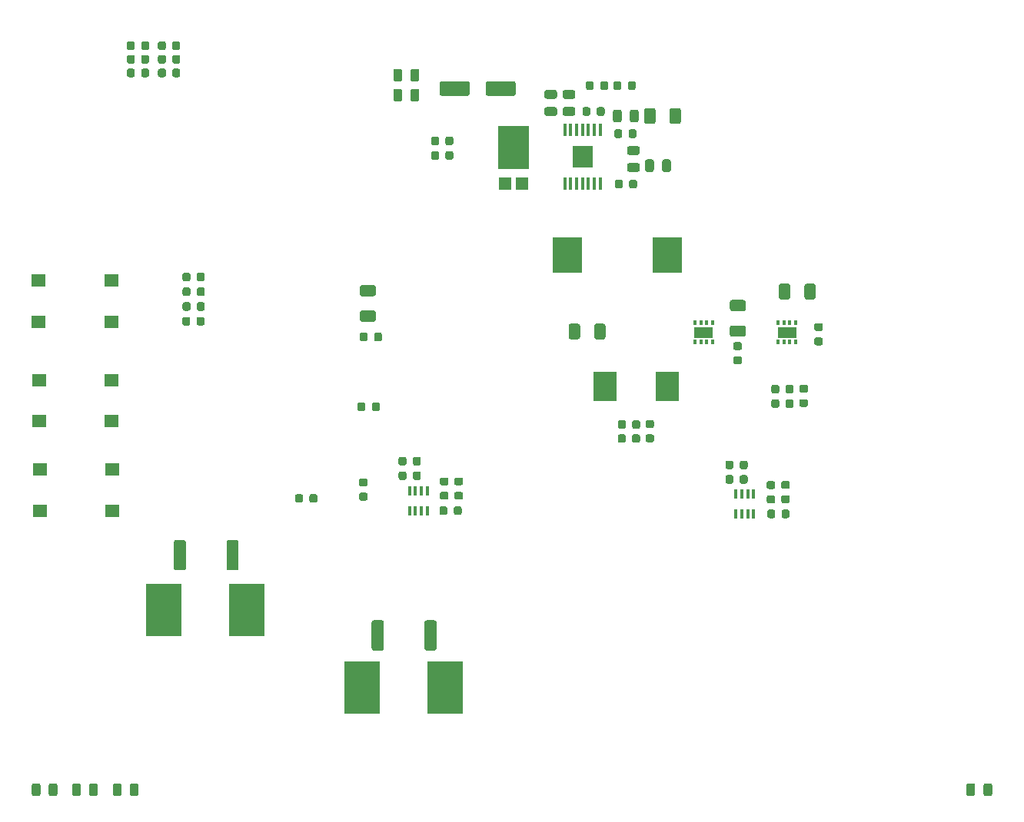
<source format=gbr>
%TF.GenerationSoftware,KiCad,Pcbnew,5.1.6-c6e7f7d~86~ubuntu18.04.1*%
%TF.CreationDate,2020-06-14T11:54:17-05:00*%
%TF.ProjectId,Hydroponics,48796472-6f70-46f6-9e69-63732e6b6963,rev?*%
%TF.SameCoordinates,Original*%
%TF.FileFunction,Paste,Top*%
%TF.FilePolarity,Positive*%
%FSLAX46Y46*%
G04 Gerber Fmt 4.6, Leading zero omitted, Abs format (unit mm)*
G04 Created by KiCad (PCBNEW 5.1.6-c6e7f7d~86~ubuntu18.04.1) date 2020-06-14 11:54:17*
%MOMM*%
%LPD*%
G01*
G04 APERTURE LIST*
%ADD10R,1.600000X1.400000*%
%ADD11R,3.940000X5.840000*%
%ADD12R,1.390000X1.400000*%
%ADD13R,3.360000X4.860000*%
%ADD14R,3.200000X4.000000*%
%ADD15R,2.000000X1.200000*%
%ADD16R,0.410000X0.510000*%
%ADD17R,2.500000X3.300000*%
%ADD18R,0.400000X1.060000*%
%ADD19R,2.310000X2.460000*%
%ADD20R,0.450000X1.475000*%
G04 APERTURE END LIST*
D10*
%TO.C,S2*%
X10327000Y-44402900D03*
X2327000Y-44402900D03*
X10327000Y-39902900D03*
X2327000Y-39902900D03*
%TD*%
%TO.C,R38*%
G36*
G01*
X23025000Y-71575001D02*
X23025000Y-68724999D01*
G75*
G02*
X23274999Y-68475000I249999J0D01*
G01*
X24125001Y-68475000D01*
G75*
G02*
X24375000Y-68724999I0J-249999D01*
G01*
X24375000Y-71575001D01*
G75*
G02*
X24125001Y-71825000I-249999J0D01*
G01*
X23274999Y-71825000D01*
G75*
G02*
X23025000Y-71575001I0J249999D01*
G01*
G37*
G36*
G01*
X17225000Y-71575001D02*
X17225000Y-68724999D01*
G75*
G02*
X17474999Y-68475000I249999J0D01*
G01*
X18325001Y-68475000D01*
G75*
G02*
X18575000Y-68724999I0J-249999D01*
G01*
X18575000Y-71575001D01*
G75*
G02*
X18325001Y-71825000I-249999J0D01*
G01*
X17474999Y-71825000D01*
G75*
G02*
X17225000Y-71575001I0J249999D01*
G01*
G37*
%TD*%
D11*
%TO.C,R37*%
X25300000Y-76150000D03*
X16150000Y-76150000D03*
%TD*%
%TO.C,R29*%
X47150000Y-84750000D03*
X38000000Y-84750000D03*
%TD*%
D12*
%TO.C,D6*%
X55570000Y-29237000D03*
X53730000Y-29237000D03*
D13*
X54650000Y-25255000D03*
%TD*%
%TO.C,R24*%
G36*
G01*
X16362500Y-16743750D02*
X16362500Y-17256250D01*
G75*
G02*
X16143750Y-17475000I-218750J0D01*
G01*
X15706250Y-17475000D01*
G75*
G02*
X15487500Y-17256250I0J218750D01*
G01*
X15487500Y-16743750D01*
G75*
G02*
X15706250Y-16525000I218750J0D01*
G01*
X16143750Y-16525000D01*
G75*
G02*
X16362500Y-16743750I0J-218750D01*
G01*
G37*
G36*
G01*
X17937500Y-16743750D02*
X17937500Y-17256250D01*
G75*
G02*
X17718750Y-17475000I-218750J0D01*
G01*
X17281250Y-17475000D01*
G75*
G02*
X17062500Y-17256250I0J218750D01*
G01*
X17062500Y-16743750D01*
G75*
G02*
X17281250Y-16525000I218750J0D01*
G01*
X17718750Y-16525000D01*
G75*
G02*
X17937500Y-16743750I0J-218750D01*
G01*
G37*
%TD*%
%TO.C,R23*%
G36*
G01*
X13637500Y-17256250D02*
X13637500Y-16743750D01*
G75*
G02*
X13856250Y-16525000I218750J0D01*
G01*
X14293750Y-16525000D01*
G75*
G02*
X14512500Y-16743750I0J-218750D01*
G01*
X14512500Y-17256250D01*
G75*
G02*
X14293750Y-17475000I-218750J0D01*
G01*
X13856250Y-17475000D01*
G75*
G02*
X13637500Y-17256250I0J218750D01*
G01*
G37*
G36*
G01*
X12062500Y-17256250D02*
X12062500Y-16743750D01*
G75*
G02*
X12281250Y-16525000I218750J0D01*
G01*
X12718750Y-16525000D01*
G75*
G02*
X12937500Y-16743750I0J-218750D01*
G01*
X12937500Y-17256250D01*
G75*
G02*
X12718750Y-17475000I-218750J0D01*
G01*
X12281250Y-17475000D01*
G75*
G02*
X12062500Y-17256250I0J218750D01*
G01*
G37*
%TD*%
%TO.C,R22*%
G36*
G01*
X16362500Y-15243750D02*
X16362500Y-15756250D01*
G75*
G02*
X16143750Y-15975000I-218750J0D01*
G01*
X15706250Y-15975000D01*
G75*
G02*
X15487500Y-15756250I0J218750D01*
G01*
X15487500Y-15243750D01*
G75*
G02*
X15706250Y-15025000I218750J0D01*
G01*
X16143750Y-15025000D01*
G75*
G02*
X16362500Y-15243750I0J-218750D01*
G01*
G37*
G36*
G01*
X17937500Y-15243750D02*
X17937500Y-15756250D01*
G75*
G02*
X17718750Y-15975000I-218750J0D01*
G01*
X17281250Y-15975000D01*
G75*
G02*
X17062500Y-15756250I0J218750D01*
G01*
X17062500Y-15243750D01*
G75*
G02*
X17281250Y-15025000I218750J0D01*
G01*
X17718750Y-15025000D01*
G75*
G02*
X17937500Y-15243750I0J-218750D01*
G01*
G37*
%TD*%
%TO.C,R21*%
G36*
G01*
X13637500Y-15756250D02*
X13637500Y-15243750D01*
G75*
G02*
X13856250Y-15025000I218750J0D01*
G01*
X14293750Y-15025000D01*
G75*
G02*
X14512500Y-15243750I0J-218750D01*
G01*
X14512500Y-15756250D01*
G75*
G02*
X14293750Y-15975000I-218750J0D01*
G01*
X13856250Y-15975000D01*
G75*
G02*
X13637500Y-15756250I0J218750D01*
G01*
G37*
G36*
G01*
X12062500Y-15756250D02*
X12062500Y-15243750D01*
G75*
G02*
X12281250Y-15025000I218750J0D01*
G01*
X12718750Y-15025000D01*
G75*
G02*
X12937500Y-15243750I0J-218750D01*
G01*
X12937500Y-15756250D01*
G75*
G02*
X12718750Y-15975000I-218750J0D01*
G01*
X12281250Y-15975000D01*
G75*
G02*
X12062500Y-15756250I0J218750D01*
G01*
G37*
%TD*%
%TO.C,R20*%
G36*
G01*
X16362500Y-13743750D02*
X16362500Y-14256250D01*
G75*
G02*
X16143750Y-14475000I-218750J0D01*
G01*
X15706250Y-14475000D01*
G75*
G02*
X15487500Y-14256250I0J218750D01*
G01*
X15487500Y-13743750D01*
G75*
G02*
X15706250Y-13525000I218750J0D01*
G01*
X16143750Y-13525000D01*
G75*
G02*
X16362500Y-13743750I0J-218750D01*
G01*
G37*
G36*
G01*
X17937500Y-13743750D02*
X17937500Y-14256250D01*
G75*
G02*
X17718750Y-14475000I-218750J0D01*
G01*
X17281250Y-14475000D01*
G75*
G02*
X17062500Y-14256250I0J218750D01*
G01*
X17062500Y-13743750D01*
G75*
G02*
X17281250Y-13525000I218750J0D01*
G01*
X17718750Y-13525000D01*
G75*
G02*
X17937500Y-13743750I0J-218750D01*
G01*
G37*
%TD*%
%TO.C,R19*%
G36*
G01*
X13637500Y-14256250D02*
X13637500Y-13743750D01*
G75*
G02*
X13856250Y-13525000I218750J0D01*
G01*
X14293750Y-13525000D01*
G75*
G02*
X14512500Y-13743750I0J-218750D01*
G01*
X14512500Y-14256250D01*
G75*
G02*
X14293750Y-14475000I-218750J0D01*
G01*
X13856250Y-14475000D01*
G75*
G02*
X13637500Y-14256250I0J218750D01*
G01*
G37*
G36*
G01*
X12062500Y-14256250D02*
X12062500Y-13743750D01*
G75*
G02*
X12281250Y-13525000I218750J0D01*
G01*
X12718750Y-13525000D01*
G75*
G02*
X12937500Y-13743750I0J-218750D01*
G01*
X12937500Y-14256250D01*
G75*
G02*
X12718750Y-14475000I-218750J0D01*
G01*
X12281250Y-14475000D01*
G75*
G02*
X12062500Y-14256250I0J218750D01*
G01*
G37*
%TD*%
%TO.C,C7*%
G36*
G01*
X49825000Y-18175000D02*
X49825000Y-19275000D01*
G75*
G02*
X49575000Y-19525000I-250000J0D01*
G01*
X46750000Y-19525000D01*
G75*
G02*
X46500000Y-19275000I0J250000D01*
G01*
X46500000Y-18175000D01*
G75*
G02*
X46750000Y-17925000I250000J0D01*
G01*
X49575000Y-17925000D01*
G75*
G02*
X49825000Y-18175000I0J-250000D01*
G01*
G37*
G36*
G01*
X54900000Y-18175000D02*
X54900000Y-19275000D01*
G75*
G02*
X54650000Y-19525000I-250000J0D01*
G01*
X51825000Y-19525000D01*
G75*
G02*
X51575000Y-19275000I0J250000D01*
G01*
X51575000Y-18175000D01*
G75*
G02*
X51825000Y-17925000I250000J0D01*
G01*
X54650000Y-17925000D01*
G75*
G02*
X54900000Y-18175000I0J-250000D01*
G01*
G37*
%TD*%
D14*
%TO.C,L1*%
X60575000Y-37075000D03*
X71575000Y-37075000D03*
%TD*%
%TO.C,R36*%
G36*
G01*
X47150000Y-26356250D02*
X47150000Y-25843750D01*
G75*
G02*
X47368750Y-25625000I218750J0D01*
G01*
X47806250Y-25625000D01*
G75*
G02*
X48025000Y-25843750I0J-218750D01*
G01*
X48025000Y-26356250D01*
G75*
G02*
X47806250Y-26575000I-218750J0D01*
G01*
X47368750Y-26575000D01*
G75*
G02*
X47150000Y-26356250I0J218750D01*
G01*
G37*
G36*
G01*
X45575000Y-26356250D02*
X45575000Y-25843750D01*
G75*
G02*
X45793750Y-25625000I218750J0D01*
G01*
X46231250Y-25625000D01*
G75*
G02*
X46450000Y-25843750I0J-218750D01*
G01*
X46450000Y-26356250D01*
G75*
G02*
X46231250Y-26575000I-218750J0D01*
G01*
X45793750Y-26575000D01*
G75*
G02*
X45575000Y-26356250I0J218750D01*
G01*
G37*
%TD*%
%TO.C,R35*%
G36*
G01*
X47137500Y-24756250D02*
X47137500Y-24243750D01*
G75*
G02*
X47356250Y-24025000I218750J0D01*
G01*
X47793750Y-24025000D01*
G75*
G02*
X48012500Y-24243750I0J-218750D01*
G01*
X48012500Y-24756250D01*
G75*
G02*
X47793750Y-24975000I-218750J0D01*
G01*
X47356250Y-24975000D01*
G75*
G02*
X47137500Y-24756250I0J218750D01*
G01*
G37*
G36*
G01*
X45562500Y-24756250D02*
X45562500Y-24243750D01*
G75*
G02*
X45781250Y-24025000I218750J0D01*
G01*
X46218750Y-24025000D01*
G75*
G02*
X46437500Y-24243750I0J-218750D01*
G01*
X46437500Y-24756250D01*
G75*
G02*
X46218750Y-24975000I-218750J0D01*
G01*
X45781250Y-24975000D01*
G75*
G02*
X45562500Y-24756250I0J218750D01*
G01*
G37*
%TD*%
%TO.C,D8*%
G36*
G01*
X43287500Y-17706250D02*
X43287500Y-16793750D01*
G75*
G02*
X43531250Y-16550000I243750J0D01*
G01*
X44018750Y-16550000D01*
G75*
G02*
X44262500Y-16793750I0J-243750D01*
G01*
X44262500Y-17706250D01*
G75*
G02*
X44018750Y-17950000I-243750J0D01*
G01*
X43531250Y-17950000D01*
G75*
G02*
X43287500Y-17706250I0J243750D01*
G01*
G37*
G36*
G01*
X41412500Y-17706250D02*
X41412500Y-16793750D01*
G75*
G02*
X41656250Y-16550000I243750J0D01*
G01*
X42143750Y-16550000D01*
G75*
G02*
X42387500Y-16793750I0J-243750D01*
G01*
X42387500Y-17706250D01*
G75*
G02*
X42143750Y-17950000I-243750J0D01*
G01*
X41656250Y-17950000D01*
G75*
G02*
X41412500Y-17706250I0J243750D01*
G01*
G37*
%TD*%
%TO.C,D7*%
G36*
G01*
X43287500Y-19906250D02*
X43287500Y-18993750D01*
G75*
G02*
X43531250Y-18750000I243750J0D01*
G01*
X44018750Y-18750000D01*
G75*
G02*
X44262500Y-18993750I0J-243750D01*
G01*
X44262500Y-19906250D01*
G75*
G02*
X44018750Y-20150000I-243750J0D01*
G01*
X43531250Y-20150000D01*
G75*
G02*
X43287500Y-19906250I0J243750D01*
G01*
G37*
G36*
G01*
X41412500Y-19906250D02*
X41412500Y-18993750D01*
G75*
G02*
X41656250Y-18750000I243750J0D01*
G01*
X42143750Y-18750000D01*
G75*
G02*
X42387500Y-18993750I0J-243750D01*
G01*
X42387500Y-19906250D01*
G75*
G02*
X42143750Y-20150000I-243750J0D01*
G01*
X41656250Y-20150000D01*
G75*
G02*
X41412500Y-19906250I0J243750D01*
G01*
G37*
%TD*%
D10*
%TO.C,S3*%
X2479400Y-60729100D03*
X10479400Y-60729100D03*
X2479400Y-65229100D03*
X10479400Y-65229100D03*
%TD*%
%TO.C,S1*%
X2377800Y-50864100D03*
X10377800Y-50864100D03*
X2377800Y-55364100D03*
X10377800Y-55364100D03*
%TD*%
%TO.C,R13*%
G36*
G01*
X19766400Y-43000250D02*
X19766400Y-42487750D01*
G75*
G02*
X19985150Y-42269000I218750J0D01*
G01*
X20422650Y-42269000D01*
G75*
G02*
X20641400Y-42487750I0J-218750D01*
G01*
X20641400Y-43000250D01*
G75*
G02*
X20422650Y-43219000I-218750J0D01*
G01*
X19985150Y-43219000D01*
G75*
G02*
X19766400Y-43000250I0J218750D01*
G01*
G37*
G36*
G01*
X18191400Y-43000250D02*
X18191400Y-42487750D01*
G75*
G02*
X18410150Y-42269000I218750J0D01*
G01*
X18847650Y-42269000D01*
G75*
G02*
X19066400Y-42487750I0J-218750D01*
G01*
X19066400Y-43000250D01*
G75*
G02*
X18847650Y-43219000I-218750J0D01*
G01*
X18410150Y-43219000D01*
G75*
G02*
X18191400Y-43000250I0J218750D01*
G01*
G37*
%TD*%
%TO.C,R11*%
G36*
G01*
X19740900Y-44625850D02*
X19740900Y-44113350D01*
G75*
G02*
X19959650Y-43894600I218750J0D01*
G01*
X20397150Y-43894600D01*
G75*
G02*
X20615900Y-44113350I0J-218750D01*
G01*
X20615900Y-44625850D01*
G75*
G02*
X20397150Y-44844600I-218750J0D01*
G01*
X19959650Y-44844600D01*
G75*
G02*
X19740900Y-44625850I0J218750D01*
G01*
G37*
G36*
G01*
X18165900Y-44625850D02*
X18165900Y-44113350D01*
G75*
G02*
X18384650Y-43894600I218750J0D01*
G01*
X18822150Y-43894600D01*
G75*
G02*
X19040900Y-44113350I0J-218750D01*
G01*
X19040900Y-44625850D01*
G75*
G02*
X18822150Y-44844600I-218750J0D01*
G01*
X18384650Y-44844600D01*
G75*
G02*
X18165900Y-44625850I0J218750D01*
G01*
G37*
%TD*%
%TO.C,R10*%
G36*
G01*
X19766400Y-41374650D02*
X19766400Y-40862150D01*
G75*
G02*
X19985150Y-40643400I218750J0D01*
G01*
X20422650Y-40643400D01*
G75*
G02*
X20641400Y-40862150I0J-218750D01*
G01*
X20641400Y-41374650D01*
G75*
G02*
X20422650Y-41593400I-218750J0D01*
G01*
X19985150Y-41593400D01*
G75*
G02*
X19766400Y-41374650I0J218750D01*
G01*
G37*
G36*
G01*
X18191400Y-41374650D02*
X18191400Y-40862150D01*
G75*
G02*
X18410150Y-40643400I218750J0D01*
G01*
X18847650Y-40643400D01*
G75*
G02*
X19066400Y-40862150I0J-218750D01*
G01*
X19066400Y-41374650D01*
G75*
G02*
X18847650Y-41593400I-218750J0D01*
G01*
X18410150Y-41593400D01*
G75*
G02*
X18191400Y-41374650I0J218750D01*
G01*
G37*
%TD*%
%TO.C,R8*%
G36*
G01*
X19766400Y-39749050D02*
X19766400Y-39236550D01*
G75*
G02*
X19985150Y-39017800I218750J0D01*
G01*
X20422650Y-39017800D01*
G75*
G02*
X20641400Y-39236550I0J-218750D01*
G01*
X20641400Y-39749050D01*
G75*
G02*
X20422650Y-39967800I-218750J0D01*
G01*
X19985150Y-39967800D01*
G75*
G02*
X19766400Y-39749050I0J218750D01*
G01*
G37*
G36*
G01*
X18191400Y-39749050D02*
X18191400Y-39236550D01*
G75*
G02*
X18410150Y-39017800I218750J0D01*
G01*
X18847650Y-39017800D01*
G75*
G02*
X19066400Y-39236550I0J-218750D01*
G01*
X19066400Y-39749050D01*
G75*
G02*
X18847650Y-39967800I-218750J0D01*
G01*
X18410150Y-39967800D01*
G75*
G02*
X18191400Y-39749050I0J218750D01*
G01*
G37*
%TD*%
%TO.C,D5*%
G36*
G01*
X12387500Y-96456250D02*
X12387500Y-95543750D01*
G75*
G02*
X12631250Y-95300000I243750J0D01*
G01*
X13118750Y-95300000D01*
G75*
G02*
X13362500Y-95543750I0J-243750D01*
G01*
X13362500Y-96456250D01*
G75*
G02*
X13118750Y-96700000I-243750J0D01*
G01*
X12631250Y-96700000D01*
G75*
G02*
X12387500Y-96456250I0J243750D01*
G01*
G37*
G36*
G01*
X10512500Y-96456250D02*
X10512500Y-95543750D01*
G75*
G02*
X10756250Y-95300000I243750J0D01*
G01*
X11243750Y-95300000D01*
G75*
G02*
X11487500Y-95543750I0J-243750D01*
G01*
X11487500Y-96456250D01*
G75*
G02*
X11243750Y-96700000I-243750J0D01*
G01*
X10756250Y-96700000D01*
G75*
G02*
X10512500Y-96456250I0J243750D01*
G01*
G37*
%TD*%
%TO.C,D4*%
G36*
G01*
X106387500Y-96456250D02*
X106387500Y-95543750D01*
G75*
G02*
X106631250Y-95300000I243750J0D01*
G01*
X107118750Y-95300000D01*
G75*
G02*
X107362500Y-95543750I0J-243750D01*
G01*
X107362500Y-96456250D01*
G75*
G02*
X107118750Y-96700000I-243750J0D01*
G01*
X106631250Y-96700000D01*
G75*
G02*
X106387500Y-96456250I0J243750D01*
G01*
G37*
G36*
G01*
X104512500Y-96456250D02*
X104512500Y-95543750D01*
G75*
G02*
X104756250Y-95300000I243750J0D01*
G01*
X105243750Y-95300000D01*
G75*
G02*
X105487500Y-95543750I0J-243750D01*
G01*
X105487500Y-96456250D01*
G75*
G02*
X105243750Y-96700000I-243750J0D01*
G01*
X104756250Y-96700000D01*
G75*
G02*
X104512500Y-96456250I0J243750D01*
G01*
G37*
%TD*%
%TO.C,D3*%
G36*
G01*
X7887500Y-96456250D02*
X7887500Y-95543750D01*
G75*
G02*
X8131250Y-95300000I243750J0D01*
G01*
X8618750Y-95300000D01*
G75*
G02*
X8862500Y-95543750I0J-243750D01*
G01*
X8862500Y-96456250D01*
G75*
G02*
X8618750Y-96700000I-243750J0D01*
G01*
X8131250Y-96700000D01*
G75*
G02*
X7887500Y-96456250I0J243750D01*
G01*
G37*
G36*
G01*
X6012500Y-96456250D02*
X6012500Y-95543750D01*
G75*
G02*
X6256250Y-95300000I243750J0D01*
G01*
X6743750Y-95300000D01*
G75*
G02*
X6987500Y-95543750I0J-243750D01*
G01*
X6987500Y-96456250D01*
G75*
G02*
X6743750Y-96700000I-243750J0D01*
G01*
X6256250Y-96700000D01*
G75*
G02*
X6012500Y-96456250I0J243750D01*
G01*
G37*
%TD*%
%TO.C,D2*%
G36*
G01*
X3450000Y-96456250D02*
X3450000Y-95543750D01*
G75*
G02*
X3693750Y-95300000I243750J0D01*
G01*
X4181250Y-95300000D01*
G75*
G02*
X4425000Y-95543750I0J-243750D01*
G01*
X4425000Y-96456250D01*
G75*
G02*
X4181250Y-96700000I-243750J0D01*
G01*
X3693750Y-96700000D01*
G75*
G02*
X3450000Y-96456250I0J243750D01*
G01*
G37*
G36*
G01*
X1575000Y-96456250D02*
X1575000Y-95543750D01*
G75*
G02*
X1818750Y-95300000I243750J0D01*
G01*
X2306250Y-95300000D01*
G75*
G02*
X2550000Y-95543750I0J-243750D01*
G01*
X2550000Y-96456250D01*
G75*
G02*
X2306250Y-96700000I-243750J0D01*
G01*
X1818750Y-96700000D01*
G75*
G02*
X1575000Y-96456250I0J243750D01*
G01*
G37*
%TD*%
D15*
%TO.C,IC2*%
X75600000Y-45600000D03*
D16*
X76575000Y-46650000D03*
X75925000Y-46650000D03*
X75275000Y-46650000D03*
X74625000Y-46650000D03*
X74625000Y-44550000D03*
X75275000Y-44550000D03*
X75925000Y-44550000D03*
X76575000Y-44550000D03*
%TD*%
D15*
%TO.C,IC1*%
X84750000Y-45600000D03*
D16*
X85725000Y-46650000D03*
X85075000Y-46650000D03*
X84425000Y-46650000D03*
X83775000Y-46650000D03*
X83775000Y-44550000D03*
X84425000Y-44550000D03*
X85075000Y-44550000D03*
X85725000Y-44550000D03*
%TD*%
D17*
%TO.C,D1*%
X71550000Y-51550000D03*
X64750000Y-51550000D03*
%TD*%
%TO.C,R18*%
G36*
G01*
X66525000Y-18143750D02*
X66525000Y-18656250D01*
G75*
G02*
X66306250Y-18875000I-218750J0D01*
G01*
X65868750Y-18875000D01*
G75*
G02*
X65650000Y-18656250I0J218750D01*
G01*
X65650000Y-18143750D01*
G75*
G02*
X65868750Y-17925000I218750J0D01*
G01*
X66306250Y-17925000D01*
G75*
G02*
X66525000Y-18143750I0J-218750D01*
G01*
G37*
G36*
G01*
X68100000Y-18143750D02*
X68100000Y-18656250D01*
G75*
G02*
X67881250Y-18875000I-218750J0D01*
G01*
X67443750Y-18875000D01*
G75*
G02*
X67225000Y-18656250I0J218750D01*
G01*
X67225000Y-18143750D01*
G75*
G02*
X67443750Y-17925000I218750J0D01*
G01*
X67881250Y-17925000D01*
G75*
G02*
X68100000Y-18143750I0J-218750D01*
G01*
G37*
%TD*%
%TO.C,R14*%
G36*
G01*
X63487500Y-18143750D02*
X63487500Y-18656250D01*
G75*
G02*
X63268750Y-18875000I-218750J0D01*
G01*
X62831250Y-18875000D01*
G75*
G02*
X62612500Y-18656250I0J218750D01*
G01*
X62612500Y-18143750D01*
G75*
G02*
X62831250Y-17925000I218750J0D01*
G01*
X63268750Y-17925000D01*
G75*
G02*
X63487500Y-18143750I0J-218750D01*
G01*
G37*
G36*
G01*
X65062500Y-18143750D02*
X65062500Y-18656250D01*
G75*
G02*
X64843750Y-18875000I-218750J0D01*
G01*
X64406250Y-18875000D01*
G75*
G02*
X64187500Y-18656250I0J218750D01*
G01*
X64187500Y-18143750D01*
G75*
G02*
X64406250Y-17925000I218750J0D01*
G01*
X64843750Y-17925000D01*
G75*
G02*
X65062500Y-18143750I0J-218750D01*
G01*
G37*
%TD*%
%TO.C,R15*%
G36*
G01*
X63112500Y-20993750D02*
X63112500Y-21506250D01*
G75*
G02*
X62893750Y-21725000I-218750J0D01*
G01*
X62456250Y-21725000D01*
G75*
G02*
X62237500Y-21506250I0J218750D01*
G01*
X62237500Y-20993750D01*
G75*
G02*
X62456250Y-20775000I218750J0D01*
G01*
X62893750Y-20775000D01*
G75*
G02*
X63112500Y-20993750I0J-218750D01*
G01*
G37*
G36*
G01*
X64687500Y-20993750D02*
X64687500Y-21506250D01*
G75*
G02*
X64468750Y-21725000I-218750J0D01*
G01*
X64031250Y-21725000D01*
G75*
G02*
X63812500Y-21506250I0J218750D01*
G01*
X63812500Y-20993750D01*
G75*
G02*
X64031250Y-20775000I218750J0D01*
G01*
X64468750Y-20775000D01*
G75*
G02*
X64687500Y-20993750I0J-218750D01*
G01*
G37*
%TD*%
%TO.C,R16*%
G36*
G01*
X66612500Y-23443750D02*
X66612500Y-23956250D01*
G75*
G02*
X66393750Y-24175000I-218750J0D01*
G01*
X65956250Y-24175000D01*
G75*
G02*
X65737500Y-23956250I0J218750D01*
G01*
X65737500Y-23443750D01*
G75*
G02*
X65956250Y-23225000I218750J0D01*
G01*
X66393750Y-23225000D01*
G75*
G02*
X66612500Y-23443750I0J-218750D01*
G01*
G37*
G36*
G01*
X68187500Y-23443750D02*
X68187500Y-23956250D01*
G75*
G02*
X67968750Y-24175000I-218750J0D01*
G01*
X67531250Y-24175000D01*
G75*
G02*
X67312500Y-23956250I0J218750D01*
G01*
X67312500Y-23443750D01*
G75*
G02*
X67531250Y-23225000I218750J0D01*
G01*
X67968750Y-23225000D01*
G75*
G02*
X68187500Y-23443750I0J-218750D01*
G01*
G37*
%TD*%
%TO.C,R12*%
G36*
G01*
X69393750Y-56837500D02*
X69906250Y-56837500D01*
G75*
G02*
X70125000Y-57056250I0J-218750D01*
G01*
X70125000Y-57493750D01*
G75*
G02*
X69906250Y-57712500I-218750J0D01*
G01*
X69393750Y-57712500D01*
G75*
G02*
X69175000Y-57493750I0J218750D01*
G01*
X69175000Y-57056250D01*
G75*
G02*
X69393750Y-56837500I218750J0D01*
G01*
G37*
G36*
G01*
X69393750Y-55262500D02*
X69906250Y-55262500D01*
G75*
G02*
X70125000Y-55481250I0J-218750D01*
G01*
X70125000Y-55918750D01*
G75*
G02*
X69906250Y-56137500I-218750J0D01*
G01*
X69393750Y-56137500D01*
G75*
G02*
X69175000Y-55918750I0J218750D01*
G01*
X69175000Y-55481250D01*
G75*
G02*
X69393750Y-55262500I218750J0D01*
G01*
G37*
%TD*%
%TO.C,R7*%
G36*
G01*
X67712500Y-56006250D02*
X67712500Y-55493750D01*
G75*
G02*
X67931250Y-55275000I218750J0D01*
G01*
X68368750Y-55275000D01*
G75*
G02*
X68587500Y-55493750I0J-218750D01*
G01*
X68587500Y-56006250D01*
G75*
G02*
X68368750Y-56225000I-218750J0D01*
G01*
X67931250Y-56225000D01*
G75*
G02*
X67712500Y-56006250I0J218750D01*
G01*
G37*
G36*
G01*
X66137500Y-56006250D02*
X66137500Y-55493750D01*
G75*
G02*
X66356250Y-55275000I218750J0D01*
G01*
X66793750Y-55275000D01*
G75*
G02*
X67012500Y-55493750I0J-218750D01*
G01*
X67012500Y-56006250D01*
G75*
G02*
X66793750Y-56225000I-218750J0D01*
G01*
X66356250Y-56225000D01*
G75*
G02*
X66137500Y-56006250I0J218750D01*
G01*
G37*
%TD*%
%TO.C,R6*%
G36*
G01*
X67000000Y-57043750D02*
X67000000Y-57556250D01*
G75*
G02*
X66781250Y-57775000I-218750J0D01*
G01*
X66343750Y-57775000D01*
G75*
G02*
X66125000Y-57556250I0J218750D01*
G01*
X66125000Y-57043750D01*
G75*
G02*
X66343750Y-56825000I218750J0D01*
G01*
X66781250Y-56825000D01*
G75*
G02*
X67000000Y-57043750I0J-218750D01*
G01*
G37*
G36*
G01*
X68575000Y-57043750D02*
X68575000Y-57556250D01*
G75*
G02*
X68356250Y-57775000I-218750J0D01*
G01*
X67918750Y-57775000D01*
G75*
G02*
X67700000Y-57556250I0J218750D01*
G01*
X67700000Y-57043750D01*
G75*
G02*
X67918750Y-56825000I218750J0D01*
G01*
X68356250Y-56825000D01*
G75*
G02*
X68575000Y-57043750I0J-218750D01*
G01*
G37*
%TD*%
%TO.C,R17*%
G36*
G01*
X38587500Y-45843750D02*
X38587500Y-46356250D01*
G75*
G02*
X38368750Y-46575000I-218750J0D01*
G01*
X37931250Y-46575000D01*
G75*
G02*
X37712500Y-46356250I0J218750D01*
G01*
X37712500Y-45843750D01*
G75*
G02*
X37931250Y-45625000I218750J0D01*
G01*
X38368750Y-45625000D01*
G75*
G02*
X38587500Y-45843750I0J-218750D01*
G01*
G37*
G36*
G01*
X40162500Y-45843750D02*
X40162500Y-46356250D01*
G75*
G02*
X39943750Y-46575000I-218750J0D01*
G01*
X39506250Y-46575000D01*
G75*
G02*
X39287500Y-46356250I0J218750D01*
G01*
X39287500Y-45843750D01*
G75*
G02*
X39506250Y-45625000I218750J0D01*
G01*
X39943750Y-45625000D01*
G75*
G02*
X40162500Y-45843750I0J-218750D01*
G01*
G37*
%TD*%
%TO.C,R9*%
G36*
G01*
X38337500Y-53543750D02*
X38337500Y-54056250D01*
G75*
G02*
X38118750Y-54275000I-218750J0D01*
G01*
X37681250Y-54275000D01*
G75*
G02*
X37462500Y-54056250I0J218750D01*
G01*
X37462500Y-53543750D01*
G75*
G02*
X37681250Y-53325000I218750J0D01*
G01*
X38118750Y-53325000D01*
G75*
G02*
X38337500Y-53543750I0J-218750D01*
G01*
G37*
G36*
G01*
X39912500Y-53543750D02*
X39912500Y-54056250D01*
G75*
G02*
X39693750Y-54275000I-218750J0D01*
G01*
X39256250Y-54275000D01*
G75*
G02*
X39037500Y-54056250I0J218750D01*
G01*
X39037500Y-53543750D01*
G75*
G02*
X39256250Y-53325000I218750J0D01*
G01*
X39693750Y-53325000D01*
G75*
G02*
X39912500Y-53543750I0J-218750D01*
G01*
G37*
%TD*%
%TO.C,C9*%
G36*
G01*
X60293750Y-20762500D02*
X61206250Y-20762500D01*
G75*
G02*
X61450000Y-21006250I0J-243750D01*
G01*
X61450000Y-21493750D01*
G75*
G02*
X61206250Y-21737500I-243750J0D01*
G01*
X60293750Y-21737500D01*
G75*
G02*
X60050000Y-21493750I0J243750D01*
G01*
X60050000Y-21006250D01*
G75*
G02*
X60293750Y-20762500I243750J0D01*
G01*
G37*
G36*
G01*
X60293750Y-18887500D02*
X61206250Y-18887500D01*
G75*
G02*
X61450000Y-19131250I0J-243750D01*
G01*
X61450000Y-19618750D01*
G75*
G02*
X61206250Y-19862500I-243750J0D01*
G01*
X60293750Y-19862500D01*
G75*
G02*
X60050000Y-19618750I0J243750D01*
G01*
X60050000Y-19131250D01*
G75*
G02*
X60293750Y-18887500I243750J0D01*
G01*
G37*
%TD*%
%TO.C,C8*%
G36*
G01*
X58293750Y-20762500D02*
X59206250Y-20762500D01*
G75*
G02*
X59450000Y-21006250I0J-243750D01*
G01*
X59450000Y-21493750D01*
G75*
G02*
X59206250Y-21737500I-243750J0D01*
G01*
X58293750Y-21737500D01*
G75*
G02*
X58050000Y-21493750I0J243750D01*
G01*
X58050000Y-21006250D01*
G75*
G02*
X58293750Y-20762500I243750J0D01*
G01*
G37*
G36*
G01*
X58293750Y-18887500D02*
X59206250Y-18887500D01*
G75*
G02*
X59450000Y-19131250I0J-243750D01*
G01*
X59450000Y-19618750D01*
G75*
G02*
X59206250Y-19862500I-243750J0D01*
G01*
X58293750Y-19862500D01*
G75*
G02*
X58050000Y-19618750I0J243750D01*
G01*
X58050000Y-19131250D01*
G75*
G02*
X58293750Y-18887500I243750J0D01*
G01*
G37*
%TD*%
%TO.C,C14*%
G36*
G01*
X67393750Y-26937500D02*
X68306250Y-26937500D01*
G75*
G02*
X68550000Y-27181250I0J-243750D01*
G01*
X68550000Y-27668750D01*
G75*
G02*
X68306250Y-27912500I-243750J0D01*
G01*
X67393750Y-27912500D01*
G75*
G02*
X67150000Y-27668750I0J243750D01*
G01*
X67150000Y-27181250D01*
G75*
G02*
X67393750Y-26937500I243750J0D01*
G01*
G37*
G36*
G01*
X67393750Y-25062500D02*
X68306250Y-25062500D01*
G75*
G02*
X68550000Y-25306250I0J-243750D01*
G01*
X68550000Y-25793750D01*
G75*
G02*
X68306250Y-26037500I-243750J0D01*
G01*
X67393750Y-26037500D01*
G75*
G02*
X67150000Y-25793750I0J243750D01*
G01*
X67150000Y-25306250D01*
G75*
G02*
X67393750Y-25062500I243750J0D01*
G01*
G37*
%TD*%
%TO.C,C13*%
G36*
G01*
X67462500Y-22206250D02*
X67462500Y-21293750D01*
G75*
G02*
X67706250Y-21050000I243750J0D01*
G01*
X68193750Y-21050000D01*
G75*
G02*
X68437500Y-21293750I0J-243750D01*
G01*
X68437500Y-22206250D01*
G75*
G02*
X68193750Y-22450000I-243750J0D01*
G01*
X67706250Y-22450000D01*
G75*
G02*
X67462500Y-22206250I0J243750D01*
G01*
G37*
G36*
G01*
X65587500Y-22206250D02*
X65587500Y-21293750D01*
G75*
G02*
X65831250Y-21050000I243750J0D01*
G01*
X66318750Y-21050000D01*
G75*
G02*
X66562500Y-21293750I0J-243750D01*
G01*
X66562500Y-22206250D01*
G75*
G02*
X66318750Y-22450000I-243750J0D01*
G01*
X65831250Y-22450000D01*
G75*
G02*
X65587500Y-22206250I0J243750D01*
G01*
G37*
%TD*%
%TO.C,C4*%
G36*
G01*
X63525000Y-46125000D02*
X63525000Y-44875000D01*
G75*
G02*
X63775000Y-44625000I250000J0D01*
G01*
X64525000Y-44625000D01*
G75*
G02*
X64775000Y-44875000I0J-250000D01*
G01*
X64775000Y-46125000D01*
G75*
G02*
X64525000Y-46375000I-250000J0D01*
G01*
X63775000Y-46375000D01*
G75*
G02*
X63525000Y-46125000I0J250000D01*
G01*
G37*
G36*
G01*
X60725000Y-46125000D02*
X60725000Y-44875000D01*
G75*
G02*
X60975000Y-44625000I250000J0D01*
G01*
X61725000Y-44625000D01*
G75*
G02*
X61975000Y-44875000I0J-250000D01*
G01*
X61975000Y-46125000D01*
G75*
G02*
X61725000Y-46375000I-250000J0D01*
G01*
X60975000Y-46375000D01*
G75*
G02*
X60725000Y-46125000I0J250000D01*
G01*
G37*
%TD*%
%TO.C,C5*%
G36*
G01*
X79581250Y-47550000D02*
X79068750Y-47550000D01*
G75*
G02*
X78850000Y-47331250I0J218750D01*
G01*
X78850000Y-46893750D01*
G75*
G02*
X79068750Y-46675000I218750J0D01*
G01*
X79581250Y-46675000D01*
G75*
G02*
X79800000Y-46893750I0J-218750D01*
G01*
X79800000Y-47331250D01*
G75*
G02*
X79581250Y-47550000I-218750J0D01*
G01*
G37*
G36*
G01*
X79581250Y-49125000D02*
X79068750Y-49125000D01*
G75*
G02*
X78850000Y-48906250I0J218750D01*
G01*
X78850000Y-48468750D01*
G75*
G02*
X79068750Y-48250000I218750J0D01*
G01*
X79581250Y-48250000D01*
G75*
G02*
X79800000Y-48468750I0J-218750D01*
G01*
X79800000Y-48906250D01*
G75*
G02*
X79581250Y-49125000I-218750J0D01*
G01*
G37*
%TD*%
%TO.C,C12*%
G36*
G01*
X67387500Y-29506250D02*
X67387500Y-28993750D01*
G75*
G02*
X67606250Y-28775000I218750J0D01*
G01*
X68043750Y-28775000D01*
G75*
G02*
X68262500Y-28993750I0J-218750D01*
G01*
X68262500Y-29506250D01*
G75*
G02*
X68043750Y-29725000I-218750J0D01*
G01*
X67606250Y-29725000D01*
G75*
G02*
X67387500Y-29506250I0J218750D01*
G01*
G37*
G36*
G01*
X65812500Y-29506250D02*
X65812500Y-28993750D01*
G75*
G02*
X66031250Y-28775000I218750J0D01*
G01*
X66468750Y-28775000D01*
G75*
G02*
X66687500Y-28993750I0J-218750D01*
G01*
X66687500Y-29506250D01*
G75*
G02*
X66468750Y-29725000I-218750J0D01*
G01*
X66031250Y-29725000D01*
G75*
G02*
X65812500Y-29506250I0J218750D01*
G01*
G37*
%TD*%
%TO.C,C11*%
G36*
G01*
X70112500Y-26768750D02*
X70112500Y-27681250D01*
G75*
G02*
X69868750Y-27925000I-243750J0D01*
G01*
X69381250Y-27925000D01*
G75*
G02*
X69137500Y-27681250I0J243750D01*
G01*
X69137500Y-26768750D01*
G75*
G02*
X69381250Y-26525000I243750J0D01*
G01*
X69868750Y-26525000D01*
G75*
G02*
X70112500Y-26768750I0J-243750D01*
G01*
G37*
G36*
G01*
X71987500Y-26768750D02*
X71987500Y-27681250D01*
G75*
G02*
X71743750Y-27925000I-243750J0D01*
G01*
X71256250Y-27925000D01*
G75*
G02*
X71012500Y-27681250I0J243750D01*
G01*
X71012500Y-26768750D01*
G75*
G02*
X71256250Y-26525000I243750J0D01*
G01*
X71743750Y-26525000D01*
G75*
G02*
X71987500Y-26768750I0J-243750D01*
G01*
G37*
%TD*%
%TO.C,C10*%
G36*
G01*
X70275000Y-21125000D02*
X70275000Y-22375000D01*
G75*
G02*
X70025000Y-22625000I-250000J0D01*
G01*
X69275000Y-22625000D01*
G75*
G02*
X69025000Y-22375000I0J250000D01*
G01*
X69025000Y-21125000D01*
G75*
G02*
X69275000Y-20875000I250000J0D01*
G01*
X70025000Y-20875000D01*
G75*
G02*
X70275000Y-21125000I0J-250000D01*
G01*
G37*
G36*
G01*
X73075000Y-21125000D02*
X73075000Y-22375000D01*
G75*
G02*
X72825000Y-22625000I-250000J0D01*
G01*
X72075000Y-22625000D01*
G75*
G02*
X71825000Y-22375000I0J250000D01*
G01*
X71825000Y-21125000D01*
G75*
G02*
X72075000Y-20875000I250000J0D01*
G01*
X72825000Y-20875000D01*
G75*
G02*
X73075000Y-21125000I0J-250000D01*
G01*
G37*
%TD*%
%TO.C,C6*%
G36*
G01*
X78725000Y-44825000D02*
X79975000Y-44825000D01*
G75*
G02*
X80225000Y-45075000I0J-250000D01*
G01*
X80225000Y-45825000D01*
G75*
G02*
X79975000Y-46075000I-250000J0D01*
G01*
X78725000Y-46075000D01*
G75*
G02*
X78475000Y-45825000I0J250000D01*
G01*
X78475000Y-45075000D01*
G75*
G02*
X78725000Y-44825000I250000J0D01*
G01*
G37*
G36*
G01*
X78725000Y-42025000D02*
X79975000Y-42025000D01*
G75*
G02*
X80225000Y-42275000I0J-250000D01*
G01*
X80225000Y-43025000D01*
G75*
G02*
X79975000Y-43275000I-250000J0D01*
G01*
X78725000Y-43275000D01*
G75*
G02*
X78475000Y-43025000I0J250000D01*
G01*
X78475000Y-42275000D01*
G75*
G02*
X78725000Y-42025000I250000J0D01*
G01*
G37*
%TD*%
D18*
%TO.C,U3*%
X43190000Y-63050000D03*
X43840000Y-63050000D03*
X44500000Y-63050000D03*
X45150000Y-63050000D03*
X45150000Y-65250000D03*
X44500000Y-65250000D03*
X43840000Y-65250000D03*
X43190000Y-65250000D03*
%TD*%
%TO.C,R34*%
G36*
G01*
X42862500Y-59543750D02*
X42862500Y-60056250D01*
G75*
G02*
X42643750Y-60275000I-218750J0D01*
G01*
X42206250Y-60275000D01*
G75*
G02*
X41987500Y-60056250I0J218750D01*
G01*
X41987500Y-59543750D01*
G75*
G02*
X42206250Y-59325000I218750J0D01*
G01*
X42643750Y-59325000D01*
G75*
G02*
X42862500Y-59543750I0J-218750D01*
G01*
G37*
G36*
G01*
X44437500Y-59543750D02*
X44437500Y-60056250D01*
G75*
G02*
X44218750Y-60275000I-218750J0D01*
G01*
X43781250Y-60275000D01*
G75*
G02*
X43562500Y-60056250I0J218750D01*
G01*
X43562500Y-59543750D01*
G75*
G02*
X43781250Y-59325000I218750J0D01*
G01*
X44218750Y-59325000D01*
G75*
G02*
X44437500Y-59543750I0J-218750D01*
G01*
G37*
%TD*%
%TO.C,R28*%
G36*
G01*
X48856250Y-62462500D02*
X48343750Y-62462500D01*
G75*
G02*
X48125000Y-62243750I0J218750D01*
G01*
X48125000Y-61806250D01*
G75*
G02*
X48343750Y-61587500I218750J0D01*
G01*
X48856250Y-61587500D01*
G75*
G02*
X49075000Y-61806250I0J-218750D01*
G01*
X49075000Y-62243750D01*
G75*
G02*
X48856250Y-62462500I-218750J0D01*
G01*
G37*
G36*
G01*
X48856250Y-64037500D02*
X48343750Y-64037500D01*
G75*
G02*
X48125000Y-63818750I0J218750D01*
G01*
X48125000Y-63381250D01*
G75*
G02*
X48343750Y-63162500I218750J0D01*
G01*
X48856250Y-63162500D01*
G75*
G02*
X49075000Y-63381250I0J-218750D01*
G01*
X49075000Y-63818750D01*
G75*
G02*
X48856250Y-64037500I-218750J0D01*
G01*
G37*
%TD*%
%TO.C,R33*%
G36*
G01*
X42862500Y-61143750D02*
X42862500Y-61656250D01*
G75*
G02*
X42643750Y-61875000I-218750J0D01*
G01*
X42206250Y-61875000D01*
G75*
G02*
X41987500Y-61656250I0J218750D01*
G01*
X41987500Y-61143750D01*
G75*
G02*
X42206250Y-60925000I218750J0D01*
G01*
X42643750Y-60925000D01*
G75*
G02*
X42862500Y-61143750I0J-218750D01*
G01*
G37*
G36*
G01*
X44437500Y-61143750D02*
X44437500Y-61656250D01*
G75*
G02*
X44218750Y-61875000I-218750J0D01*
G01*
X43781250Y-61875000D01*
G75*
G02*
X43562500Y-61656250I0J218750D01*
G01*
X43562500Y-61143750D01*
G75*
G02*
X43781250Y-60925000I218750J0D01*
G01*
X44218750Y-60925000D01*
G75*
G02*
X44437500Y-61143750I0J-218750D01*
G01*
G37*
%TD*%
%TO.C,R27*%
G36*
G01*
X47256250Y-62462500D02*
X46743750Y-62462500D01*
G75*
G02*
X46525000Y-62243750I0J218750D01*
G01*
X46525000Y-61806250D01*
G75*
G02*
X46743750Y-61587500I218750J0D01*
G01*
X47256250Y-61587500D01*
G75*
G02*
X47475000Y-61806250I0J-218750D01*
G01*
X47475000Y-62243750D01*
G75*
G02*
X47256250Y-62462500I-218750J0D01*
G01*
G37*
G36*
G01*
X47256250Y-64037500D02*
X46743750Y-64037500D01*
G75*
G02*
X46525000Y-63818750I0J218750D01*
G01*
X46525000Y-63381250D01*
G75*
G02*
X46743750Y-63162500I218750J0D01*
G01*
X47256250Y-63162500D01*
G75*
G02*
X47475000Y-63381250I0J-218750D01*
G01*
X47475000Y-63818750D01*
G75*
G02*
X47256250Y-64037500I-218750J0D01*
G01*
G37*
%TD*%
%TO.C,R3*%
G36*
G01*
X86343750Y-51375000D02*
X86856250Y-51375000D01*
G75*
G02*
X87075000Y-51593750I0J-218750D01*
G01*
X87075000Y-52031250D01*
G75*
G02*
X86856250Y-52250000I-218750J0D01*
G01*
X86343750Y-52250000D01*
G75*
G02*
X86125000Y-52031250I0J218750D01*
G01*
X86125000Y-51593750D01*
G75*
G02*
X86343750Y-51375000I218750J0D01*
G01*
G37*
G36*
G01*
X86343750Y-52950000D02*
X86856250Y-52950000D01*
G75*
G02*
X87075000Y-53168750I0J-218750D01*
G01*
X87075000Y-53606250D01*
G75*
G02*
X86856250Y-53825000I-218750J0D01*
G01*
X86343750Y-53825000D01*
G75*
G02*
X86125000Y-53606250I0J218750D01*
G01*
X86125000Y-53168750D01*
G75*
G02*
X86343750Y-52950000I218750J0D01*
G01*
G37*
%TD*%
%TO.C,R2*%
G36*
G01*
X84612500Y-52106250D02*
X84612500Y-51593750D01*
G75*
G02*
X84831250Y-51375000I218750J0D01*
G01*
X85268750Y-51375000D01*
G75*
G02*
X85487500Y-51593750I0J-218750D01*
G01*
X85487500Y-52106250D01*
G75*
G02*
X85268750Y-52325000I-218750J0D01*
G01*
X84831250Y-52325000D01*
G75*
G02*
X84612500Y-52106250I0J218750D01*
G01*
G37*
G36*
G01*
X83037500Y-52106250D02*
X83037500Y-51593750D01*
G75*
G02*
X83256250Y-51375000I218750J0D01*
G01*
X83693750Y-51375000D01*
G75*
G02*
X83912500Y-51593750I0J-218750D01*
G01*
X83912500Y-52106250D01*
G75*
G02*
X83693750Y-52325000I-218750J0D01*
G01*
X83256250Y-52325000D01*
G75*
G02*
X83037500Y-52106250I0J218750D01*
G01*
G37*
%TD*%
%TO.C,R1*%
G36*
G01*
X83912500Y-53193750D02*
X83912500Y-53706250D01*
G75*
G02*
X83693750Y-53925000I-218750J0D01*
G01*
X83256250Y-53925000D01*
G75*
G02*
X83037500Y-53706250I0J218750D01*
G01*
X83037500Y-53193750D01*
G75*
G02*
X83256250Y-52975000I218750J0D01*
G01*
X83693750Y-52975000D01*
G75*
G02*
X83912500Y-53193750I0J-218750D01*
G01*
G37*
G36*
G01*
X85487500Y-53193750D02*
X85487500Y-53706250D01*
G75*
G02*
X85268750Y-53925000I-218750J0D01*
G01*
X84831250Y-53925000D01*
G75*
G02*
X84612500Y-53706250I0J218750D01*
G01*
X84612500Y-53193750D01*
G75*
G02*
X84831250Y-52975000I218750J0D01*
G01*
X85268750Y-52975000D01*
G75*
G02*
X85487500Y-53193750I0J-218750D01*
G01*
G37*
%TD*%
D19*
%TO.C,IC3*%
X62250000Y-26250000D03*
D20*
X60300000Y-23312000D03*
X60950000Y-23312000D03*
X61600000Y-23312000D03*
X62250000Y-23312000D03*
X62900000Y-23312000D03*
X63550000Y-23312000D03*
X64200000Y-23312000D03*
X64200000Y-29188000D03*
X63550000Y-29188000D03*
X62900000Y-29188000D03*
X62250000Y-29188000D03*
X61600000Y-29188000D03*
X60950000Y-29188000D03*
X60300000Y-29188000D03*
%TD*%
%TO.C,C16*%
G36*
G01*
X48062500Y-65506250D02*
X48062500Y-64993750D01*
G75*
G02*
X48281250Y-64775000I218750J0D01*
G01*
X48718750Y-64775000D01*
G75*
G02*
X48937500Y-64993750I0J-218750D01*
G01*
X48937500Y-65506250D01*
G75*
G02*
X48718750Y-65725000I-218750J0D01*
G01*
X48281250Y-65725000D01*
G75*
G02*
X48062500Y-65506250I0J218750D01*
G01*
G37*
G36*
G01*
X46487500Y-65506250D02*
X46487500Y-64993750D01*
G75*
G02*
X46706250Y-64775000I218750J0D01*
G01*
X47143750Y-64775000D01*
G75*
G02*
X47362500Y-64993750I0J-218750D01*
G01*
X47362500Y-65506250D01*
G75*
G02*
X47143750Y-65725000I-218750J0D01*
G01*
X46706250Y-65725000D01*
G75*
G02*
X46487500Y-65506250I0J218750D01*
G01*
G37*
%TD*%
%TO.C,C1*%
G36*
G01*
X37975000Y-43175000D02*
X39225000Y-43175000D01*
G75*
G02*
X39475000Y-43425000I0J-250000D01*
G01*
X39475000Y-44175000D01*
G75*
G02*
X39225000Y-44425000I-250000J0D01*
G01*
X37975000Y-44425000D01*
G75*
G02*
X37725000Y-44175000I0J250000D01*
G01*
X37725000Y-43425000D01*
G75*
G02*
X37975000Y-43175000I250000J0D01*
G01*
G37*
G36*
G01*
X37975000Y-40375000D02*
X39225000Y-40375000D01*
G75*
G02*
X39475000Y-40625000I0J-250000D01*
G01*
X39475000Y-41375000D01*
G75*
G02*
X39225000Y-41625000I-250000J0D01*
G01*
X37975000Y-41625000D01*
G75*
G02*
X37725000Y-41375000I0J250000D01*
G01*
X37725000Y-40625000D01*
G75*
G02*
X37975000Y-40375000I250000J0D01*
G01*
G37*
%TD*%
%TO.C,C3*%
G36*
G01*
X88486250Y-45450000D02*
X87973750Y-45450000D01*
G75*
G02*
X87755000Y-45231250I0J218750D01*
G01*
X87755000Y-44793750D01*
G75*
G02*
X87973750Y-44575000I218750J0D01*
G01*
X88486250Y-44575000D01*
G75*
G02*
X88705000Y-44793750I0J-218750D01*
G01*
X88705000Y-45231250D01*
G75*
G02*
X88486250Y-45450000I-218750J0D01*
G01*
G37*
G36*
G01*
X88486250Y-47025000D02*
X87973750Y-47025000D01*
G75*
G02*
X87755000Y-46806250I0J218750D01*
G01*
X87755000Y-46368750D01*
G75*
G02*
X87973750Y-46150000I218750J0D01*
G01*
X88486250Y-46150000D01*
G75*
G02*
X88705000Y-46368750I0J-218750D01*
G01*
X88705000Y-46806250D01*
G75*
G02*
X88486250Y-47025000I-218750J0D01*
G01*
G37*
%TD*%
%TO.C,C2*%
G36*
G01*
X86675000Y-41725000D02*
X86675000Y-40475000D01*
G75*
G02*
X86925000Y-40225000I250000J0D01*
G01*
X87675000Y-40225000D01*
G75*
G02*
X87925000Y-40475000I0J-250000D01*
G01*
X87925000Y-41725000D01*
G75*
G02*
X87675000Y-41975000I-250000J0D01*
G01*
X86925000Y-41975000D01*
G75*
G02*
X86675000Y-41725000I0J250000D01*
G01*
G37*
G36*
G01*
X83875000Y-41725000D02*
X83875000Y-40475000D01*
G75*
G02*
X84125000Y-40225000I250000J0D01*
G01*
X84875000Y-40225000D01*
G75*
G02*
X85125000Y-40475000I0J-250000D01*
G01*
X85125000Y-41725000D01*
G75*
G02*
X84875000Y-41975000I-250000J0D01*
G01*
X84125000Y-41975000D01*
G75*
G02*
X83875000Y-41725000I0J250000D01*
G01*
G37*
%TD*%
%TO.C,R30*%
G36*
G01*
X44825000Y-80425001D02*
X44825000Y-77574999D01*
G75*
G02*
X45074999Y-77325000I249999J0D01*
G01*
X45925001Y-77325000D01*
G75*
G02*
X46175000Y-77574999I0J-249999D01*
G01*
X46175000Y-80425001D01*
G75*
G02*
X45925001Y-80675000I-249999J0D01*
G01*
X45074999Y-80675000D01*
G75*
G02*
X44825000Y-80425001I0J249999D01*
G01*
G37*
G36*
G01*
X39025000Y-80425001D02*
X39025000Y-77574999D01*
G75*
G02*
X39274999Y-77325000I249999J0D01*
G01*
X40125001Y-77325000D01*
G75*
G02*
X40375000Y-77574999I0J-249999D01*
G01*
X40375000Y-80425001D01*
G75*
G02*
X40125001Y-80675000I-249999J0D01*
G01*
X39274999Y-80675000D01*
G75*
G02*
X39025000Y-80425001I0J249999D01*
G01*
G37*
%TD*%
%TO.C,R25*%
G36*
G01*
X83256250Y-62862500D02*
X82743750Y-62862500D01*
G75*
G02*
X82525000Y-62643750I0J218750D01*
G01*
X82525000Y-62206250D01*
G75*
G02*
X82743750Y-61987500I218750J0D01*
G01*
X83256250Y-61987500D01*
G75*
G02*
X83475000Y-62206250I0J-218750D01*
G01*
X83475000Y-62643750D01*
G75*
G02*
X83256250Y-62862500I-218750J0D01*
G01*
G37*
G36*
G01*
X83256250Y-64437500D02*
X82743750Y-64437500D01*
G75*
G02*
X82525000Y-64218750I0J218750D01*
G01*
X82525000Y-63781250D01*
G75*
G02*
X82743750Y-63562500I218750J0D01*
G01*
X83256250Y-63562500D01*
G75*
G02*
X83475000Y-63781250I0J-218750D01*
G01*
X83475000Y-64218750D01*
G75*
G02*
X83256250Y-64437500I-218750J0D01*
G01*
G37*
%TD*%
%TO.C,R32*%
G36*
G01*
X78862500Y-59943750D02*
X78862500Y-60456250D01*
G75*
G02*
X78643750Y-60675000I-218750J0D01*
G01*
X78206250Y-60675000D01*
G75*
G02*
X77987500Y-60456250I0J218750D01*
G01*
X77987500Y-59943750D01*
G75*
G02*
X78206250Y-59725000I218750J0D01*
G01*
X78643750Y-59725000D01*
G75*
G02*
X78862500Y-59943750I0J-218750D01*
G01*
G37*
G36*
G01*
X80437500Y-59943750D02*
X80437500Y-60456250D01*
G75*
G02*
X80218750Y-60675000I-218750J0D01*
G01*
X79781250Y-60675000D01*
G75*
G02*
X79562500Y-60456250I0J218750D01*
G01*
X79562500Y-59943750D01*
G75*
G02*
X79781250Y-59725000I218750J0D01*
G01*
X80218750Y-59725000D01*
G75*
G02*
X80437500Y-59943750I0J-218750D01*
G01*
G37*
%TD*%
%TO.C,R26*%
G36*
G01*
X84856250Y-62850000D02*
X84343750Y-62850000D01*
G75*
G02*
X84125000Y-62631250I0J218750D01*
G01*
X84125000Y-62193750D01*
G75*
G02*
X84343750Y-61975000I218750J0D01*
G01*
X84856250Y-61975000D01*
G75*
G02*
X85075000Y-62193750I0J-218750D01*
G01*
X85075000Y-62631250D01*
G75*
G02*
X84856250Y-62850000I-218750J0D01*
G01*
G37*
G36*
G01*
X84856250Y-64425000D02*
X84343750Y-64425000D01*
G75*
G02*
X84125000Y-64206250I0J218750D01*
G01*
X84125000Y-63768750D01*
G75*
G02*
X84343750Y-63550000I218750J0D01*
G01*
X84856250Y-63550000D01*
G75*
G02*
X85075000Y-63768750I0J-218750D01*
G01*
X85075000Y-64206250D01*
G75*
G02*
X84856250Y-64425000I-218750J0D01*
G01*
G37*
%TD*%
%TO.C,R4*%
G36*
G01*
X32162500Y-64156250D02*
X32162500Y-63643750D01*
G75*
G02*
X32381250Y-63425000I218750J0D01*
G01*
X32818750Y-63425000D01*
G75*
G02*
X33037500Y-63643750I0J-218750D01*
G01*
X33037500Y-64156250D01*
G75*
G02*
X32818750Y-64375000I-218750J0D01*
G01*
X32381250Y-64375000D01*
G75*
G02*
X32162500Y-64156250I0J218750D01*
G01*
G37*
G36*
G01*
X30587500Y-64156250D02*
X30587500Y-63643750D01*
G75*
G02*
X30806250Y-63425000I218750J0D01*
G01*
X31243750Y-63425000D01*
G75*
G02*
X31462500Y-63643750I0J-218750D01*
G01*
X31462500Y-64156250D01*
G75*
G02*
X31243750Y-64375000I-218750J0D01*
G01*
X30806250Y-64375000D01*
G75*
G02*
X30587500Y-64156250I0J218750D01*
G01*
G37*
%TD*%
D18*
%TO.C,U2*%
X79120000Y-63400000D03*
X79770000Y-63400000D03*
X80430000Y-63400000D03*
X81080000Y-63400000D03*
X81080000Y-65600000D03*
X80430000Y-65600000D03*
X79770000Y-65600000D03*
X79120000Y-65600000D03*
%TD*%
%TO.C,R5*%
G36*
G01*
X37843750Y-63262500D02*
X38356250Y-63262500D01*
G75*
G02*
X38575000Y-63481250I0J-218750D01*
G01*
X38575000Y-63918750D01*
G75*
G02*
X38356250Y-64137500I-218750J0D01*
G01*
X37843750Y-64137500D01*
G75*
G02*
X37625000Y-63918750I0J218750D01*
G01*
X37625000Y-63481250D01*
G75*
G02*
X37843750Y-63262500I218750J0D01*
G01*
G37*
G36*
G01*
X37843750Y-61687500D02*
X38356250Y-61687500D01*
G75*
G02*
X38575000Y-61906250I0J-218750D01*
G01*
X38575000Y-62343750D01*
G75*
G02*
X38356250Y-62562500I-218750J0D01*
G01*
X37843750Y-62562500D01*
G75*
G02*
X37625000Y-62343750I0J218750D01*
G01*
X37625000Y-61906250D01*
G75*
G02*
X37843750Y-61687500I218750J0D01*
G01*
G37*
%TD*%
%TO.C,R31*%
G36*
G01*
X78862500Y-61543750D02*
X78862500Y-62056250D01*
G75*
G02*
X78643750Y-62275000I-218750J0D01*
G01*
X78206250Y-62275000D01*
G75*
G02*
X77987500Y-62056250I0J218750D01*
G01*
X77987500Y-61543750D01*
G75*
G02*
X78206250Y-61325000I218750J0D01*
G01*
X78643750Y-61325000D01*
G75*
G02*
X78862500Y-61543750I0J-218750D01*
G01*
G37*
G36*
G01*
X80437500Y-61543750D02*
X80437500Y-62056250D01*
G75*
G02*
X80218750Y-62275000I-218750J0D01*
G01*
X79781250Y-62275000D01*
G75*
G02*
X79562500Y-62056250I0J218750D01*
G01*
X79562500Y-61543750D01*
G75*
G02*
X79781250Y-61325000I218750J0D01*
G01*
X80218750Y-61325000D01*
G75*
G02*
X80437500Y-61543750I0J-218750D01*
G01*
G37*
%TD*%
%TO.C,C15*%
G36*
G01*
X84162500Y-65856250D02*
X84162500Y-65343750D01*
G75*
G02*
X84381250Y-65125000I218750J0D01*
G01*
X84818750Y-65125000D01*
G75*
G02*
X85037500Y-65343750I0J-218750D01*
G01*
X85037500Y-65856250D01*
G75*
G02*
X84818750Y-66075000I-218750J0D01*
G01*
X84381250Y-66075000D01*
G75*
G02*
X84162500Y-65856250I0J218750D01*
G01*
G37*
G36*
G01*
X82587500Y-65856250D02*
X82587500Y-65343750D01*
G75*
G02*
X82806250Y-65125000I218750J0D01*
G01*
X83243750Y-65125000D01*
G75*
G02*
X83462500Y-65343750I0J-218750D01*
G01*
X83462500Y-65856250D01*
G75*
G02*
X83243750Y-66075000I-218750J0D01*
G01*
X82806250Y-66075000D01*
G75*
G02*
X82587500Y-65856250I0J218750D01*
G01*
G37*
%TD*%
M02*

</source>
